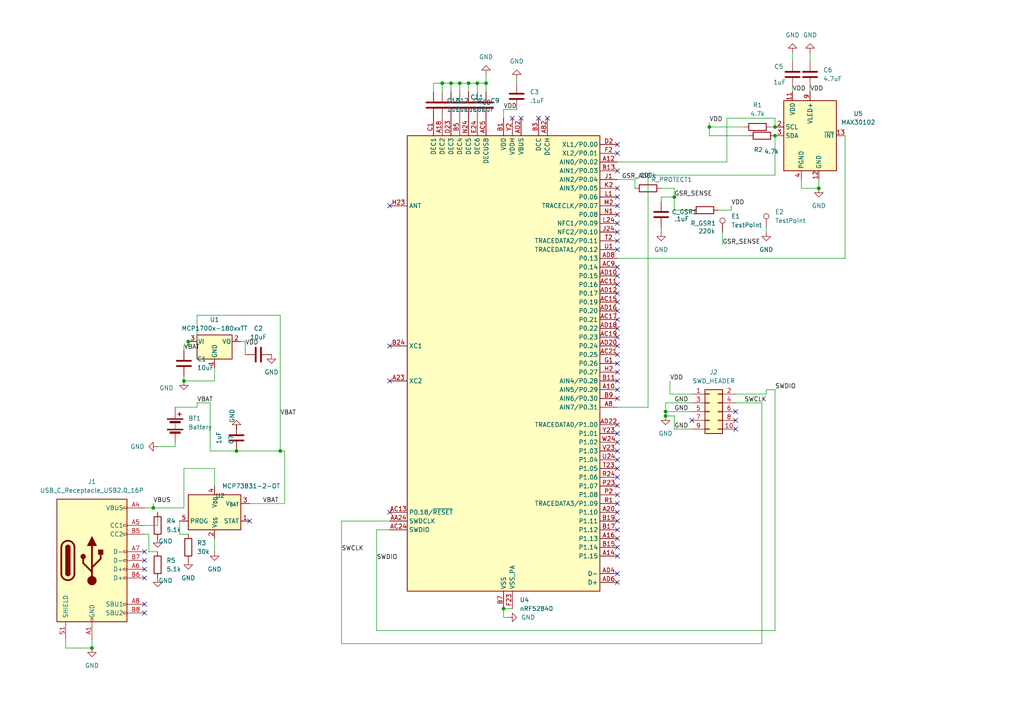
<source format=kicad_sch>
(kicad_sch (version 20250114) (generator "eeschema") (generator_version "9.0")
  (paper "A4")
  (lib_symbols
    (symbol "Battery_Management:MCP73831-2-OT"
      (property "Reference" "U" (at -7.62 6.35 0))
      (property "Value" "MCP73831-2-OT" (at 1.27 6.35 0))
      (symbol "MCP73831-2-OT_0_1"
        (rectangle (start -7.62 5.08) (end 7.62 -5.08) (stroke (width 0.254)) (fill (type background)))
      )
      (symbol "MCP73831-2-OT_1_1"
        (pin input line (at -10.16 -2.54 0) (length 2.54) (name "PROG") (number "5"))
        (pin power_in line (at 0 7.62 270) (length 2.54) (name "V_{DD}") (number "4"))
        (pin power_in line (at 0 -7.62 90) (length 2.54) (name "V_{SS}") (number "2"))
        (pin power_out line (at 10.16 2.54 180) (length 2.54) (name "V_{BAT}") (number "3"))
        (pin tri_state line (at 10.16 -2.54 180) (length 2.54) (name "STAT") (number "1"))
      )
    )
    (symbol "Connector:TestPoint" (pin_numbers (hide yes)) (pin_names (offset 0.762) (hide yes))
      (property "Reference" "TP" (at 0 6.858 0))
      (property "Value" "TestPoint" (at 0 5.08 0))
      (symbol "TestPoint_0_1"
        (circle (center 0 3.302) (radius 0.762))
      )
      (symbol "TestPoint_1_1"
        (pin passive line (at 0 0 90) (length 2.54) (name "1") (number "1"))
      )
    )
    (symbol "Connector:USB_C_Receptacle_USB2.0_16P" (pin_names (offset 1.016))
      (property "Reference" "J" (at 0 22.225 0))
      (property "Value" "USB_C_Receptacle_USB2.0_16P" (at 0 19.685 0))
      (symbol "USB_C_Receptacle_USB2.0_16P_0_0"
        (rectangle (start -0.254 -17.78) (end 0.254 -16.764))
        (rectangle (start 10.16 15.494) (end 9.144 14.986))
        (rectangle (start 10.16 10.414) (end 9.144 9.906))
        (rectangle (start 10.16 7.874) (end 9.144 7.366))
        (rectangle (start 10.16 2.794) (end 9.144 2.286))
        (rectangle (start 10.16 0.254) (end 9.144 -0.254))
        (rectangle (start 10.16 -2.286) (end 9.144 -2.794))
        (rectangle (start 10.16 -4.826) (end 9.144 -5.334))
        (rectangle (start 10.16 -12.446) (end 9.144 -12.954))
        (rectangle (start 10.16 -14.986) (end 9.144 -15.494))
      )
      (symbol "USB_C_Receptacle_USB2.0_16P_0_1"
        (rectangle (start -10.16 17.78) (end 10.16 -17.78) (stroke (width 0.254)) (fill (type background)))
        (polyline (pts (xy -8.89 -3.81) (xy -8.89 3.81)) (stroke (width 0.508)))
        (rectangle (start -7.62 -3.81) (end -6.35 3.81) (stroke (width 0.254)) (fill (type outline)))
        (arc (start -7.62 3.81) (mid -6.985 4.4423) (end -6.35 3.81) (stroke (width 0.254)))
        (arc (start -7.62 3.81) (mid -6.985 4.4423) (end -6.35 3.81) (stroke (width 0.254)) (fill (type outline)))
        (arc (start -8.89 3.81) (mid -6.985 5.7067) (end -5.08 3.81) (stroke (width 0.508)))
        (arc (start -5.08 -3.81) (mid -6.985 -5.7067) (end -8.89 -3.81) (stroke (width 0.508)))
        (arc (start -6.35 -3.81) (mid -6.985 -4.4423) (end -7.62 -3.81) (stroke (width 0.254)))
        (arc (start -6.35 -3.81) (mid -6.985 -4.4423) (end -7.62 -3.81) (stroke (width 0.254)) (fill (type outline)))
        (polyline (pts (xy -5.08 3.81) (xy -5.08 -3.81)) (stroke (width 0.508)))
        (circle (center -2.54 1.143) (radius 0.635) (stroke (width 0.254)) (fill (type outline)))
        (polyline (pts (xy -1.27 4.318) (xy 0 6.858) (xy 1.27 4.318) (xy -1.27 4.318)) (stroke (width 0.254)) (fill (type outline)))
        (polyline (pts (xy 0 -2.032) (xy 2.54 0.508) (xy 2.54 1.778)) (stroke (width 0.508)))
        (polyline (pts (xy 0 -3.302) (xy -2.54 -0.762) (xy -2.54 0.508)) (stroke (width 0.508)))
        (polyline (pts (xy 0 -5.842) (xy 0 4.318)) (stroke (width 0.508)))
        (circle (center 0 -5.842) (radius 1.27) (fill (type outline)))
        (rectangle (start 1.905 1.778) (end 3.175 3.048) (stroke (width 0.254)) (fill (type outline)))
      )
      (symbol "USB_C_Receptacle_USB2.0_16P_1_1"
        (pin passive line (at -7.62 -22.86 90) (length 5.08) (name "SHIELD") (number "S1"))
        (pin passive line (at 0 -22.86 90) (length 5.08) (name "GND") (number "A1"))
        (pin passive line (at 0 -22.86 90) (length 5.08) (hide yes) (name "GND") (number "A12"))
        (pin passive line (at 0 -22.86 90) (length 5.08) (hide yes) (name "GND") (number "B1"))
        (pin passive line (at 0 -22.86 90) (length 5.08) (hide yes) (name "GND") (number "B12"))
        (pin passive line (at 15.24 15.24 180) (length 5.08) (name "VBUS") (number "A4"))
        (pin passive line (at 15.24 15.24 180) (length 5.08) (hide yes) (name "VBUS") (number "A9"))
        (pin passive line (at 15.24 15.24 180) (length 5.08) (hide yes) (name "VBUS") (number "B4"))
        (pin passive line (at 15.24 15.24 180) (length 5.08) (hide yes) (name "VBUS") (number "B9"))
        (pin bidirectional line (at 15.24 10.16 180) (length 5.08) (name "CC1") (number "A5"))
        (pin bidirectional line (at 15.24 7.62 180) (length 5.08) (name "CC2") (number "B5"))
        (pin bidirectional line (at 15.24 2.54 180) (length 5.08) (name "D-") (number "A7"))
        (pin bidirectional line (at 15.24 0 180) (length 5.08) (name "D-") (number "B7"))
        (pin bidirectional line (at 15.24 -2.54 180) (length 5.08) (name "D+") (number "A6"))
        (pin bidirectional line (at 15.24 -5.08 180) (length 5.08) (name "D+") (number "B6"))
        (pin bidirectional line (at 15.24 -12.7 180) (length 5.08) (name "SBU1") (number "A8"))
        (pin bidirectional line (at 15.24 -15.24 180) (length 5.08) (name "SBU2") (number "B8"))
      )
    )
    (symbol "Connector_Generic:Conn_02x05_Odd_Even" (pin_names (offset 1.016) (hide yes))
      (property "Reference" "J" (at 1.27 7.62 0))
      (property "Value" "Conn_02x05_Odd_Even" (at 1.27 -7.62 0))
      (symbol "Conn_02x05_Odd_Even_1_1"
        (rectangle (start -1.27 6.35) (end 3.81 -6.35) (stroke (width 0.254)) (fill (type background)))
        (rectangle (start -1.27 5.207) (end 0 4.953) (stroke (width 0.1524)))
        (rectangle (start -1.27 2.667) (end 0 2.413) (stroke (width 0.1524)))
        (rectangle (start -1.27 0.127) (end 0 -0.127) (stroke (width 0.1524)))
        (rectangle (start -1.27 -2.413) (end 0 -2.667) (stroke (width 0.1524)))
        (rectangle (start -1.27 -4.953) (end 0 -5.207) (stroke (width 0.1524)))
        (rectangle (start 3.81 5.207) (end 2.54 4.953) (stroke (width 0.1524)))
        (rectangle (start 3.81 2.667) (end 2.54 2.413) (stroke (width 0.1524)))
        (rectangle (start 3.81 0.127) (end 2.54 -0.127) (stroke (width 0.1524)))
        (rectangle (start 3.81 -2.413) (end 2.54 -2.667) (stroke (width 0.1524)))
        (rectangle (start 3.81 -4.953) (end 2.54 -5.207) (stroke (width 0.1524)))
        (pin passive line (at -5.08 5.08 0) (length 3.81) (name "Pin_1") (number "1"))
        (pin passive line (at -5.08 2.54 0) (length 3.81) (name "Pin_3") (number "3"))
        (pin passive line (at -5.08 0 0) (length 3.81) (name "Pin_5") (number "5"))
        (pin passive line (at -5.08 -2.54 0) (length 3.81) (name "Pin_7") (number "7"))
        (pin passive line (at -5.08 -5.08 0) (length 3.81) (name "Pin_9") (number "9"))
        (pin passive line (at 7.62 5.08 180) (length 3.81) (name "Pin_2") (number "2"))
        (pin passive line (at 7.62 2.54 180) (length 3.81) (name "Pin_4") (number "4"))
        (pin passive line (at 7.62 0 180) (length 3.81) (name "Pin_6") (number "6"))
        (pin passive line (at 7.62 -2.54 180) (length 3.81) (name "Pin_8") (number "8"))
        (pin passive line (at 7.62 -5.08 180) (length 3.81) (name "Pin_10") (number "10"))
      )
    )
    (symbol "Device:Battery" (pin_numbers (hide yes)) (pin_names (offset 0) (hide yes))
      (property "Reference" "BT" (at 2.54 2.54 0))
      (property "Value" "Battery" (at 2.54 0 0))
      (symbol "Battery_0_1"
        (rectangle (start -2.286 1.778) (end 2.286 1.524) (fill (type outline)))
        (rectangle (start -2.286 -1.27) (end 2.286 -1.524) (fill (type outline)))
        (rectangle (start -1.524 1.016) (end 1.524 0.508) (fill (type outline)))
        (rectangle (start -1.524 -2.032) (end 1.524 -2.54) (fill (type outline)))
        (polyline (pts (xy 0 1.778) (xy 0 2.54)))
        (polyline (pts (xy 0 0) (xy 0 0.254)))
        (polyline (pts (xy 0 -0.508) (xy 0 -0.254)))
        (polyline (pts (xy 0 -1.016) (xy 0 -0.762)))
        (polyline (pts (xy 0.762 3.048) (xy 1.778 3.048)) (stroke (width 0.254)))
        (polyline (pts (xy 1.27 3.556) (xy 1.27 2.54)) (stroke (width 0.254)))
      )
      (symbol "Battery_1_1"
        (pin passive line (at 0 5.08 270) (length 2.54) (name "+") (number "1"))
        (pin passive line (at 0 -5.08 90) (length 2.54) (name "-") (number "2"))
      )
    )
    (symbol "Device:C" (pin_numbers (hide yes)) (pin_names (offset 0.254))
      (property "Reference" "C" (at 0.635 2.54 0))
      (property "Value" "C" (at 0.635 -2.54 0))
      (symbol "C_0_1"
        (polyline (pts (xy -2.032 0.762) (xy 2.032 0.762)) (stroke (width 0.508)))
        (polyline (pts (xy -2.032 -0.762) (xy 2.032 -0.762)) (stroke (width 0.508)))
      )
      (symbol "C_1_1"
        (pin passive line (at 0 3.81 270) (length 2.794) (name "~") (number "1"))
        (pin passive line (at 0 -3.81 90) (length 2.794) (name "~") (number "2"))
      )
    )
    (symbol "Device:R" (pin_numbers (hide yes)) (pin_names (offset 0))
      (property "Reference" "R" (at 2.032 0 90))
      (property "Value" "R" (at 0 0 90))
      (symbol "R_0_1"
        (rectangle (start -1.016 -2.54) (end 1.016 2.54) (stroke (width 0.254)))
      )
      (symbol "R_1_1"
        (pin passive line (at 0 3.81 270) (length 1.27) (name "~") (number "1"))
        (pin passive line (at 0 -3.81 90) (length 1.27) (name "~") (number "2"))
      )
    )
    (symbol "MCU_Nordic:nRF52840"
      (property "Reference" "U" (at 0 5.08 0))
      (property "Value" "nRF52840" (at 0 2.54 0))
      (symbol "nRF52840_0_1"
        (rectangle (start -27.94 66.04) (end 27.94 -66.04) (stroke (width 0.254)) (fill (type background)))
      )
      (symbol "nRF52840_1_1"
        (pin passive line (at -33.02 45.72 0) (length 5.08) (name "ANT") (number "H23"))
        (pin input line (at -33.02 5.08 0) (length 5.08) (name "XC1") (number "B24"))
        (pin input line (at -33.02 -5.08 0) (length 5.08) (name "XC2") (number "A23"))
        (pin bidirectional line (at -33.02 -43.18 0) (length 5.08) (name "P0.18/~{RESET}") (number "AC13"))
        (pin input line (at -33.02 -45.72 0) (length 5.08) (name "SWDCLK") (number "AA24"))
        (pin bidirectional line (at -33.02 -48.26 0) (length 5.08) (name "SWDIO") (number "AC24"))
        (pin passive line (at -20.32 71.12 270) (length 5.08) (name "DEC1") (number "C1"))
        (pin passive line (at -17.78 71.12 270) (length 5.08) (name "DEC2") (number "A18"))
        (pin passive line (at -15.24 71.12 270) (length 5.08) (name "DEC3") (number "D23"))
        (pin passive line (at -12.7 71.12 270) (length 5.08) (name "DEC4") (number "B5"))
        (pin passive line (at -10.16 71.12 270) (length 5.08) (name "DEC5") (number "N24"))
        (pin passive line (at -7.62 71.12 270) (length 5.08) (name "DEC6") (number "E24"))
        (pin passive line (at -5.08 71.12 270) (length 5.08) (name "DECUSB") (number "AC5"))
        (pin passive line (at 0 71.12 270) (length 5.08) (hide yes) (name "VDD") (number "A22"))
        (pin passive line (at 0 71.12 270) (length 5.08) (hide yes) (name "VDD") (number "AD14"))
        (pin passive line (at 0 71.12 270) (length 5.08) (hide yes) (name "VDD") (number "AD23"))
        (pin power_in line (at 0 71.12 270) (length 5.08) (name "VDD") (number "B1"))
        (pin passive line (at 0 71.12 270) (length 5.08) (hide yes) (name "VDD") (number "W1"))
        (pin power_in line (at 0 -71.12 90) (length 5.08) (name "VSS") (number "B7"))
        (pin passive line (at 0 -71.12 90) (length 5.08) (hide yes) (name "VSS") (number "EP"))
        (pin power_in line (at 2.54 71.12 270) (length 5.08) (name "VDDH") (number "Y2"))
        (pin power_in line (at 2.54 -71.12 90) (length 5.08) (name "VSS_PA") (number "F23"))
        (pin power_in line (at 5.08 71.12 270) (length 5.08) (name "VBUS") (number "AD2"))
        (pin power_out line (at 10.16 71.12 270) (length 5.08) (name "DCC") (number "B3"))
        (pin power_out line (at 12.7 71.12 270) (length 5.08) (name "DCCH") (number "AB2"))
        (pin bidirectional line (at 33.02 63.5 180) (length 5.08) (name "XL1/P0.00") (number "D2"))
        (pin bidirectional line (at 33.02 60.96 180) (length 5.08) (name "XL2/P0.01") (number "F2"))
        (pin bidirectional line (at 33.02 58.42 180) (length 5.08) (name "AIN0/P0.02") (number "A12"))
        (pin bidirectional line (at 33.02 55.88 180) (length 5.08) (name "AIN1/P0.03") (number "B13"))
        (pin bidirectional line (at 33.02 53.34 180) (length 5.08) (name "AIN2/P0.04") (number "J1"))
        (pin bidirectional line (at 33.02 50.8 180) (length 5.08) (name "AIN3/P0.05") (number "K2"))
        (pin bidirectional line (at 33.02 48.26 180) (length 5.08) (name "P0.06") (number "L1"))
        (pin bidirectional line (at 33.02 45.72 180) (length 5.08) (name "TRACECLK/P0.07") (number "M2"))
        (pin bidirectional line (at 33.02 43.18 180) (length 5.08) (name "P0.08") (number "N1"))
        (pin bidirectional line (at 33.02 40.64 180) (length 5.08) (name "NFC1/P0.09") (number "L24"))
        (pin bidirectional line (at 33.02 38.1 180) (length 5.08) (name "NFC2/P0.10") (number "J24"))
        (pin bidirectional line (at 33.02 35.56 180) (length 5.08) (name "TRACEDATA2/P0.11") (number "T2"))
        (pin bidirectional line (at 33.02 33.02 180) (length 5.08) (name "TRACEDATA1/P0.12") (number "U1"))
        (pin bidirectional line (at 33.02 30.48 180) (length 5.08) (name "P0.13") (number "AD8"))
        (pin bidirectional line (at 33.02 27.94 180) (length 5.08) (name "P0.14") (number "AC9"))
        (pin bidirectional line (at 33.02 25.4 180) (length 5.08) (name "P0.15") (number "AD10"))
        (pin bidirectional line (at 33.02 22.86 180) (length 5.08) (name "P0.16") (number "AC11"))
        (pin bidirectional line (at 33.02 20.32 180) (length 5.08) (name "P0.17") (number "AD12"))
        (pin bidirectional line (at 33.02 17.78 180) (length 5.08) (name "P0.19") (number "AC15"))
        (pin bidirectional line (at 33.02 15.24 180) (length 5.08) (name "P0.20") (number "AD16"))
        (pin bidirectional line (at 33.02 12.7 180) (length 5.08) (name "P0.21") (number "AC17"))
        (pin bidirectional line (at 33.02 10.16 180) (length 5.08) (name "P0.22") (number "AD18"))
        (pin bidirectional line (at 33.02 7.62 180) (length 5.08) (name "P0.23") (number "AC19"))
        (pin bidirectional line (at 33.02 5.08 180) (length 5.08) (name "P0.24") (number "AD20"))
        (pin bidirectional line (at 33.02 2.54 180) (length 5.08) (name "P0.25") (number "AC21"))
        (pin bidirectional line (at 33.02 0 180) (length 5.08) (name "P0.26") (number "G1"))
        (pin bidirectional line (at 33.02 -2.54 180) (length 5.08) (name "P0.27") (number "H2"))
        (pin bidirectional line (at 33.02 -5.08 180) (length 5.08) (name "AIN4/P0.28") (number "B11"))
        (pin bidirectional line (at 33.02 -7.62 180) (length 5.08) (name "AIN5/P0.29") (number "A10"))
        (pin bidirectional line (at 33.02 -10.16 180) (length 5.08) (name "AIN6/P0.30") (number "B9"))
        (pin bidirectional line (at 33.02 -12.7 180) (length 5.08) (name "AIN7/P0.31") (number "A8"))
        (pin bidirectional line (at 33.02 -17.78 180) (length 5.08) (name "TRACEDATA0/P1.00") (number "AD22"))
        (pin bidirectional line (at 33.02 -20.32 180) (length 5.08) (name "P1.01") (number "Y23"))
        (pin bidirectional line (at 33.02 -22.86 180) (length 5.08) (name "P1.02") (number "W24"))
        (pin bidirectional line (at 33.02 -25.4 180) (length 5.08) (name "P1.03") (number "V23"))
        (pin bidirectional line (at 33.02 -27.94 180) (length 5.08) (name "P1.04") (number "U24"))
        (pin bidirectional line (at 33.02 -30.48 180) (length 5.08) (name "P1.05") (number "T23"))
        (pin bidirectional line (at 33.02 -33.02 180) (length 5.08) (name "P1.06") (number "R24"))
        (pin bidirectional line (at 33.02 -35.56 180) (length 5.08) (name "P1.07") (number "P23"))
        (pin bidirectional line (at 33.02 -38.1 180) (length 5.08) (name "P1.08") (number "P2"))
        (pin bidirectional line (at 33.02 -40.64 180) (length 5.08) (name "TRACEDATA3/P1.09") (number "R1"))
        (pin bidirectional line (at 33.02 -43.18 180) (length 5.08) (name "P1.10") (number "A20"))
        (pin bidirectional line (at 33.02 -45.72 180) (length 5.08) (name "P1.11") (number "B19"))
        (pin bidirectional line (at 33.02 -48.26 180) (length 5.08) (name "P1.12") (number "B17"))
        (pin bidirectional line (at 33.02 -50.8 180) (length 5.08) (name "P1.13") (number "A16"))
        (pin bidirectional line (at 33.02 -53.34 180) (length 5.08) (name "P1.14") (number "B15"))
        (pin bidirectional line (at 33.02 -55.88 180) (length 5.08) (name "P1.15") (number "A14"))
        (pin bidirectional line (at 33.02 -60.96 180) (length 5.08) (name "D-") (number "AD4"))
        (pin bidirectional line (at 33.02 -63.5 180) (length 5.08) (name "D+") (number "AD6"))
      )
    )
    (symbol "Regulator_Linear:MCP1700x-180xxTT" (pin_names (offset 0.254))
      (property "Reference" "U" (at -3.81 3.175 0))
      (property "Value" "MCP1700x-180xxTT" (at 0 3.175 0))
      (symbol "MCP1700x-180xxTT_0_1"
        (rectangle (start -5.08 1.905) (end 5.08 -5.08) (stroke (width 0.254)) (fill (type background)))
      )
      (symbol "MCP1700x-180xxTT_1_1"
        (pin power_in line (at -7.62 0 0) (length 2.54) (name "VI") (number "3"))
        (pin power_in line (at 0 -7.62 90) (length 2.54) (name "GND") (number "1"))
        (pin power_out line (at 7.62 0 180) (length 2.54) (name "VO") (number "2"))
      )
    )
    (symbol "Sensor:MAX30102"
      (property "Reference" "U" (at 7.62 15.24 0))
      (property "Value" "MAX30102" (at 7.62 12.7 0))
      (symbol "MAX30102_0_1"
        (rectangle (start -7.62 10.16) (end 7.62 -10.16) (stroke (width 0.254)) (fill (type background)))
      )
      (symbol "MAX30102_1_1"
        (pin input line (at -10.16 2.54 0) (length 2.54) (name "SCL") (number "2"))
        (pin bidirectional line (at -10.16 0 0) (length 2.54) (name "SDA") (number "3"))
        (pin no_connect line (at -7.62 5.08 0) (length 2.54) (hide yes) (name "NC") (number "1"))
        (pin no_connect line (at -7.62 -2.54 0) (length 2.54) (hide yes) (name "NC") (number "7"))
        (pin power_in line (at -5.08 12.7 270) (length 2.54) (name "VDD") (number "11"))
        (pin power_in line (at -2.54 -12.7 90) (length 2.54) (name "PGND") (number "4"))
        (pin passive line (at 0 12.7 270) (length 2.54) (hide yes) (name "VLED+") (number "10"))
        (pin power_in line (at 0 12.7 270) (length 2.54) (name "VLED+") (number "9"))
        (pin power_in line (at 2.54 -12.7 90) (length 2.54) (name "GND") (number "12"))
        (pin no_connect line (at 7.62 5.08 180) (length 2.54) (hide yes) (name "NC") (number "8"))
        (pin no_connect line (at 7.62 2.54 180) (length 2.54) (hide yes) (name "NC") (number "14"))
        (pin no_connect line (at 7.62 -5.08 180) (length 2.54) (hide yes) (name "NC") (number "6"))
        (pin no_connect line (at 7.62 -7.62 180) (length 2.54) (hide yes) (name "NC") (number "5"))
        (pin output line (at 10.16 0 180) (length 2.54) (name "~{INT}") (number "13"))
      )
    )
    (symbol "power:GND" (power) (pin_numbers (hide yes)) (pin_names (offset 0) (hide yes))
      (property "Value" "GND" (at 0 -3.81 0))
      (symbol "GND_0_1"
        (polyline (pts (xy 0 0) (xy 0 -1.27) (xy 1.27 -1.27) (xy 0 -2.54) (xy -1.27 -1.27) (xy 0 -1.27)))
      )
      (symbol "GND_1_1"
        (pin power_in line (at 0 0 270) (length 0) (name "~") (number "1"))
      )
    )
  )
  (junction (at 53.34 110.49))
  (junction (at 140.97 24.13))
  (junction (at 193.04 120.65))
  (junction (at 195.58 57.15))
  (junction (at 205.74 36.83))
  (junction (at 146.05 176.53))
  (junction (at 224.79 36.83))
  (junction (at 130.81 24.13))
  (junction (at 193.04 119.38))
  (junction (at 81.28 130.81))
  (junction (at 237.49 54.61))
  (junction (at 128.27 24.13))
  (junction (at 224.79 39.37))
  (junction (at 133.35 24.13))
  (junction (at 135.89 24.13))
  (junction (at 68.58 130.81))
  (junction (at 26.67 187.96))
  (junction (at 44.45 147.32))
  (junction (at 54.61 99.06))
  (junction (at 138.43 24.13))
  (no_connect (at 179.07 64.77))
  (no_connect (at 213.36 124.46))
  (no_connect (at 41.91 175.26))
  (no_connect (at 179.07 138.43))
  (no_connect (at 179.07 140.97))
  (no_connect (at 179.07 85.09))
  (no_connect (at 179.07 102.87))
  (no_connect (at 179.07 123.19))
  (no_connect (at 179.07 41.91))
  (no_connect (at 41.91 165.1))
  (no_connect (at 113.03 100.33))
  (no_connect (at 179.07 100.33))
  (no_connect (at 179.07 128.27))
  (no_connect (at 179.07 168.91))
  (no_connect (at 151.13 34.29))
  (no_connect (at 148.59 34.29))
  (no_connect (at 179.07 57.15))
  (no_connect (at 158.75 34.29))
  (no_connect (at 179.07 87.63))
  (no_connect (at 179.07 80.01))
  (no_connect (at 200.66 121.92))
  (no_connect (at 156.21 34.29))
  (no_connect (at 41.91 160.02))
  (no_connect (at 179.07 54.61))
  (no_connect (at 179.07 130.81))
  (no_connect (at 179.07 143.51))
  (no_connect (at 179.07 113.03))
  (no_connect (at 179.07 156.21))
  (no_connect (at 179.07 97.79))
  (no_connect (at 213.36 119.38))
  (no_connect (at 179.07 62.23))
  (no_connect (at 179.07 92.71))
  (no_connect (at 179.07 105.41))
  (no_connect (at 113.03 59.69))
  (no_connect (at 179.07 110.49))
  (no_connect (at 179.07 67.31))
  (no_connect (at 41.91 162.56))
  (no_connect (at 179.07 146.05))
  (no_connect (at 179.07 107.95))
  (no_connect (at 41.91 167.64))
  (no_connect (at 113.03 110.49))
  (no_connect (at 179.07 69.85))
  (no_connect (at 179.07 158.75))
  (no_connect (at 72.39 151.13))
  (no_connect (at 213.36 121.92))
  (no_connect (at 179.07 151.13))
  (no_connect (at 179.07 95.25))
  (no_connect (at 179.07 49.53))
  (no_connect (at 179.07 133.35))
  (no_connect (at 41.91 177.8))
  (no_connect (at 179.07 161.29))
  (no_connect (at 179.07 153.67))
  (no_connect (at 179.07 148.59))
  (no_connect (at 179.07 135.89))
  (no_connect (at 179.07 72.39))
  (no_connect (at 179.07 115.57))
  (no_connect (at 179.07 44.45))
  (no_connect (at 179.07 90.17))
  (no_connect (at 179.07 59.69))
  (no_connect (at 179.07 166.37))
  (no_connect (at 179.07 125.73))
  (no_connect (at 179.07 77.47))
  (no_connect (at 113.03 148.59))
  (no_connect (at 179.07 82.55))
  (wire (pts (xy 138.43 24.13) (xy 140.97 24.13)))
  (wire (pts (xy 53.34 109.22) (xy 53.34 110.49)))
  (wire (pts (xy 213.36 116.84) (xy 220.98 116.84)))
  (wire (pts (xy 125.73 24.13) (xy 128.27 24.13)))
  (wire (pts (xy 194.31 114.3) (xy 194.31 110.49)))
  (wire (pts (xy 41.91 147.32) (xy 44.45 147.32)))
  (wire (pts (xy 224.79 113.03) (xy 222.25 113.03)))
  (wire (pts (xy 191.77 58.42) (xy 191.77 57.15)))
  (wire (pts (xy 179.07 46.99) (xy 210.82 46.99)))
  (wire (pts (xy 44.45 146.05) (xy 44.45 147.32)))
  (wire (pts (xy 99.06 151.13) (xy 113.03 151.13)))
  (wire (pts (xy 45.72 148.59) (xy 45.72 152.4)))
  (wire (pts (xy 191.77 66.04) (xy 191.77 67.31)))
  (wire (pts (xy 53.34 147.32) (xy 53.34 135.89)))
  (wire (pts (xy 208.28 60.96) (xy 212.09 60.96)))
  (wire (pts (xy 45.72 160.02) (xy 43.18 160.02)))
  (wire (pts (xy 210.82 34.29) (xy 224.79 34.29)))
  (wire (pts (xy 45.72 129.54) (xy 50.8 129.54)))
  (wire (pts (xy 229.87 25.4) (xy 229.87 26.67)))
  (wire (pts (xy 57.15 118.11) (xy 57.15 116.84)))
  (wire (pts (xy 234.95 15.24) (xy 234.95 17.78)))
  (wire (pts (xy 146.05 176.53) (xy 148.59 176.53)))
  (wire (pts (xy 200.66 124.46) (xy 195.58 124.46)))
  (wire (pts (xy 62.23 156.21) (xy 62.23 160.02)))
  (wire (pts (xy 149.86 22.86) (xy 149.86 24.13)))
  (wire (pts (xy 224.79 113.03) (xy 224.79 182.88)))
  (wire (pts (xy 53.34 110.49) (xy 62.23 110.49)))
  (wire (pts (xy 195.58 57.15) (xy 195.58 60.96)))
  (wire (pts (xy 187.96 50.8) (xy 224.79 50.8)))
  (wire (pts (xy 130.81 24.13) (xy 133.35 24.13)))
  (wire (pts (xy 71.12 99.06) (xy 71.12 102.87)))
  (wire (pts (xy 50.8 118.11) (xy 57.15 118.11)))
  (wire (pts (xy 195.58 120.65) (xy 193.04 120.65)))
  (wire (pts (xy 109.22 153.67) (xy 109.22 182.88)))
  (wire (pts (xy 220.98 116.84) (xy 220.98 186.69)))
  (wire (pts (xy 200.66 114.3) (xy 194.31 114.3)))
  (wire (pts (xy 53.34 100.33) (xy 54.61 100.33)))
  (wire (pts (xy 62.23 135.89) (xy 62.23 140.97)))
  (wire (pts (xy 209.55 71.12) (xy 209.55 67.31)))
  (wire (pts (xy 43.18 154.94) (xy 41.91 154.94)))
  (wire (pts (xy 232.41 52.07) (xy 232.41 54.61)))
  (wire (pts (xy 205.74 39.37) (xy 217.17 39.37)))
  (wire (pts (xy 19.05 187.96) (xy 26.67 187.96)))
  (wire (pts (xy 81.28 91.44) (xy 81.28 130.81)))
  (wire (pts (xy 146.05 176.53) (xy 146.05 179.07)))
  (wire (pts (xy 245.11 74.93) (xy 245.11 39.37)))
  (wire (pts (xy 52.07 151.13) (xy 52.07 154.94)))
  (wire (pts (xy 224.79 50.8) (xy 224.79 39.37)))
  (wire (pts (xy 50.8 128.27) (xy 50.8 129.54)))
  (wire (pts (xy 191.77 54.61) (xy 195.58 54.61)))
  (wire (pts (xy 146.05 31.75) (xy 149.86 31.75)))
  (wire (pts (xy 140.97 24.13) (xy 140.97 26.67)))
  (wire (pts (xy 113.03 153.67) (xy 109.22 153.67)))
  (wire (pts (xy 52.07 154.94) (xy 54.61 154.94)))
  (wire (pts (xy 179.07 74.93) (xy 245.11 74.93)))
  (wire (pts (xy 187.96 118.11) (xy 187.96 50.8)))
  (wire (pts (xy 45.72 152.4) (xy 41.91 152.4)))
  (wire (pts (xy 224.79 34.29) (xy 224.79 36.83)))
  (wire (pts (xy 99.06 186.69) (xy 220.98 186.69)))
  (wire (pts (xy 146.05 179.07) (xy 147.32 179.07)))
  (wire (pts (xy 212.09 60.96) (xy 212.09 59.69)))
  (wire (pts (xy 232.41 54.61) (xy 237.49 54.61)))
  (wire (pts (xy 54.61 99.06) (xy 57.15 99.06)))
  (wire (pts (xy 57.15 116.84) (xy 60.96 116.84)))
  (wire (pts (xy 135.89 26.67) (xy 135.89 24.13)))
  (wire (pts (xy 133.35 24.13) (xy 135.89 24.13)))
  (wire (pts (xy 200.66 119.38) (xy 193.04 119.38)))
  (wire (pts (xy 195.58 54.61) (xy 195.58 57.15)))
  (wire (pts (xy 222.25 113.03) (xy 222.25 114.3)))
  (wire (pts (xy 81.28 130.81) (xy 82.55 130.81)))
  (wire (pts (xy 205.74 35.56) (xy 205.74 36.83)))
  (wire (pts (xy 26.67 185.42) (xy 26.67 187.96)))
  (wire (pts (xy 135.89 24.13) (xy 138.43 24.13)))
  (wire (pts (xy 53.34 135.89) (xy 62.23 135.89)))
  (wire (pts (xy 57.15 91.44) (xy 81.28 91.44)))
  (wire (pts (xy 44.45 147.32) (xy 53.34 147.32)))
  (wire (pts (xy 223.52 36.83) (xy 224.79 36.83)))
  (wire (pts (xy 200.66 60.96) (xy 195.58 60.96)))
  (wire (pts (xy 215.9 36.83) (xy 205.74 36.83)))
  (wire (pts (xy 128.27 24.13) (xy 130.81 24.13)))
  (wire (pts (xy 128.27 26.67) (xy 128.27 24.13)))
  (wire (pts (xy 19.05 185.42) (xy 19.05 187.96)))
  (wire (pts (xy 191.77 57.15) (xy 195.58 57.15)))
  (wire (pts (xy 71.12 99.06) (xy 69.85 99.06)))
  (wire (pts (xy 133.35 26.67) (xy 133.35 24.13)))
  (wire (pts (xy 210.82 46.99) (xy 210.82 34.29)))
  (wire (pts (xy 109.22 182.88) (xy 224.79 182.88)))
  (wire (pts (xy 179.07 118.11) (xy 187.96 118.11)))
  (wire (pts (xy 125.73 26.67) (xy 125.73 24.13)))
  (wire (pts (xy 234.95 26.67) (xy 234.95 25.4)))
  (wire (pts (xy 140.97 21.59) (xy 140.97 24.13)))
  (wire (pts (xy 60.96 116.84) (xy 60.96 130.81)))
  (wire (pts (xy 99.06 186.69) (xy 99.06 151.13)))
  (wire (pts (xy 82.55 130.81) (xy 82.55 146.05)))
  (wire (pts (xy 193.04 119.38) (xy 193.04 120.65)))
  (wire (pts (xy 138.43 26.67) (xy 138.43 24.13)))
  (wire (pts (xy 43.18 160.02) (xy 43.18 154.94)))
  (wire (pts (xy 68.58 123.19) (xy 68.58 124.46)))
  (wire (pts (xy 60.96 130.81) (xy 68.58 130.81)))
  (wire (pts (xy 68.58 130.81) (xy 81.28 130.81)))
  (wire (pts (xy 57.15 99.06) (xy 57.15 91.44)))
  (wire (pts (xy 146.05 34.29) (xy 146.05 31.75)))
  (wire (pts (xy 195.58 124.46) (xy 195.58 120.65)))
  (wire (pts (xy 82.55 146.05) (xy 72.39 146.05)))
  (wire (pts (xy 222.25 66.04) (xy 222.25 67.31)))
  (wire (pts (xy 62.23 106.68) (xy 62.23 110.49)))
  (wire (pts (xy 193.04 116.84) (xy 193.04 119.38)))
  (wire (pts (xy 179.07 52.07) (xy 184.15 52.07)))
  (wire (pts (xy 237.49 52.07) (xy 237.49 54.61)))
  (wire (pts (xy 200.66 116.84) (xy 193.04 116.84)))
  (wire (pts (xy 53.34 100.33) (xy 53.34 101.6)))
  (wire (pts (xy 130.81 26.67) (xy 130.81 24.13)))
  (wire (pts (xy 213.36 114.3) (xy 222.25 114.3)))
  (wire (pts (xy 184.15 54.61) (xy 184.15 52.07)))
  (wire (pts (xy 205.74 36.83) (xy 205.74 39.37)))
  (wire (pts (xy 229.87 15.24) (xy 229.87 17.78)))
  (wire (pts (xy 54.61 100.33) (xy 54.61 99.06)))
  (label "GND" (at 195.58 119.38 0))
  (label "GSR_SENSE" (at 209.55 71.12 0))
  (label "VBAT" (at 57.15 116.84 0))
  (label "SWDIO" (at 109.22 162.56 0))
  (label "GSR_ADC" (at 180.34 52.07 0))
  (label "VDD" (at 71.12 100.33 0))
  (label "VDD" (at 212.09 59.69 0))
  (label "VBAT" (at 76.2 146.05 0))
  (label "VDD" (at 146.05 31.75 0))
  (label "GND" (at 195.58 124.46 0))
  (label "VBAT" (at 53.34 101.6 0))
  (label "GND" (at 195.58 116.84 0))
  (label "VDD" (at 205.74 35.56 0))
  (label "VBUS" (at 44.45 146.05 0))
  (label "SWCLK" (at 215.9 116.84 0))
  (label "GSR_SENSE" (at 195.58 57.15 0))
  (label "VDD" (at 194.31 110.49 0))
  (label "SWCLK" (at 99.06 160.02 0))
  (label "VBAT" (at 81.28 120.65 0))
  (label "VDD" (at 234.95 26.67 0))
  (label "VDD" (at 229.87 26.67 0))
  (label "SWDIO" (at 224.79 113.03 0))
  (symbol (lib_id "Device:R") (at 54.61 158.75 0) (unit 1)
    (property "Reference" "R3" (at 57.15 157.4799 0) (effects (justify left)))
    (property "Value" "30k" (at 57.15 160.0199 0) (effects (justify left)))
    (property "Footprint" "Resistor_SMD:R_0603_1608Metric" (effects (hide yes)))
    (property "Description" "Resistor" (effects (hide yes)))
  )
  (symbol (lib_id "Device:R") (at 187.96 54.61 90) (unit 1)
    (property "Reference" "R_PROTECT1" (at 194.818 52.07 90))
    (property "Value" "100k" (at 187.96 50.8 90))
    (property "Footprint" "Resistor_SMD:R_0603_1608Metric" (effects (hide yes)))
    (property "Description" "Resistor" (effects (hide yes)))
  )
  (symbol (lib_id "power:GND") (at 237.49 54.61 0) (unit 1)
    (property "Reference" "#PWR05" (effects (hide yes)))
    (property "Value" "GND" (at 237.49 59.69 0))
    (property "Description" "Power symbol creates a global label with name \"GND\" , ground" (effects (hide yes)))
  )
  (symbol (lib_id "Device:R") (at 204.47 60.96 90) (unit 1)
    (property "Reference" "R_GSR1" (at 203.962 64.77 90))
    (property "Value" "220k" (at 204.978 67.056 90))
    (property "Footprint" "Resistor_SMD:R_0603_1608Metric" (effects (hide yes)))
    (property "Description" "Resistor" (effects (hide yes)))
  )
  (symbol (lib_id "Connector:TestPoint") (at 209.55 67.31 0) (unit 1)
    (property "Reference" "E1" (at 212.09 62.7379 0) (effects (justify left)))
    (property "Value" "TestPoint" (at 212.09 65.2779 0) (effects (justify left)))
    (property "Footprint" "TestPoint:TestPoint_Pad_D2.0mm" (effects (hide yes)))
    (property "Description" "test point" (effects (hide yes)))
  )
  (symbol (lib_id "Regulator_Linear:MCP1700x-180xxTT") (at 62.23 99.06 0) (unit 1)
    (property "Reference" "U1" (at 62.23 92.71 0))
    (property "Value" "MCP1700x-180xxTT" (at 62.23 95.25 0))
    (property "Footprint" "Package_TO_SOT_SMD:SOT-23" (effects (hide yes)))
    (property "Datasheet" "http://ww1.microchip.com/downloads/en/DeviceDoc/20001826D.pdf" (effects (hide yes)))
    (property "Description" "250mA Low Quiscent Current LDO, 1.8V output, SOT-23" (effects (hide yes)))
  )
  (symbol (lib_id "Device:C") (at 138.43 30.48 0) (unit 1)
    (property "Reference" "C9" (at 142.24 29.2099 0) (effects (justify left)))
    (property "Value" "1uF" (effects (hide yes)))
    (property "Footprint" "Capacitor_SMD:C_0603_1608Metric" (effects (hide yes)))
    (property "Description" "Unpolarized capacitor" (effects (hide yes)))
  )
  (symbol (lib_id "Connector:TestPoint") (at 222.25 66.04 0) (unit 1)
    (property "Reference" "E2" (at 224.79 61.4679 0) (effects (justify left)))
    (property "Value" "TestPoint" (at 224.79 64.0079 0) (effects (justify left)))
    (property "Footprint" "TestPoint:TestPoint_Pad_D2.0mm" (effects (hide yes)))
    (property "Description" "test point" (effects (hide yes)))
  )
  (symbol (lib_id "Device:C") (at 128.27 30.48 0) (unit 1)
    (property "Reference" "C12" (at 132.08 29.2099 0) (effects (justify left)))
    (property "Value" "1uF" (at 132.08 31.7499 0) (effects (justify left)))
    (property "Footprint" "Capacitor_SMD:C_0603_1608Metric" (effects (hide yes)))
    (property "Description" "Unpolarized capacitor" (effects (hide yes)))
  )
  (symbol (lib_id "power:GND") (at 26.67 187.96 0) (unit 1)
    (property "Reference" "#PWR011" (effects (hide yes)))
    (property "Value" "GND" (at 26.67 193.04 0))
    (property "Description" "Power symbol creates a global label with name \"GND\" , ground" (effects (hide yes)))
  )
  (symbol (lib_id "Device:R") (at 45.72 152.4 180) (unit 1)
    (property "Reference" "R4" (at 48.26 151.1299 0) (effects (justify right)))
    (property "Value" "5.1k" (at 48.26 153.6699 0) (effects (justify right)))
    (property "Footprint" "Resistor_SMD:R_0603_1608Metric" (effects (hide yes)))
    (property "Description" "Resistor" (effects (hide yes)))
  )
  (symbol (lib_id "power:GND") (at 68.58 124.46 180) (unit 1)
    (property "Reference" "#PWR013" (effects (hide yes)))
    (property "Value" "GND" (at 67.31 122.682 90) (effects (justify right)))
    (property "Description" "Power symbol creates a global label with name \"GND\" , ground" (effects (hide yes)))
  )
  (symbol (lib_id "Device:C") (at 149.86 27.94 0) (unit 1)
    (property "Reference" "C3" (at 153.67 26.6699 0) (effects (justify left)))
    (property "Value" ".1uF" (at 153.67 29.2099 0) (effects (justify left)))
    (property "Footprint" "Capacitor_SMD:C_0603_1608Metric" (effects (hide yes)))
    (property "Description" "Unpolarized capacitor" (effects (hide yes)))
  )
  (symbol (lib_id "Device:C") (at 140.97 30.48 0) (unit 1)
    (property "Reference" "C10" (effects (hide yes)))
    (property "Value" "1uF" (effects (hide yes)))
    (property "Footprint" "Capacitor_SMD:C_0603_1608Metric" (effects (hide yes)))
    (property "Description" "Unpolarized capacitor" (effects (hide yes)))
  )
  (symbol (lib_id "power:GND") (at 53.34 110.49 0) (unit 1)
    (property "Reference" "#PWR03" (effects (hide yes)))
    (property "Value" "GND" (at 48.26 112.522 0))
    (property "Description" "Power symbol creates a global label with name \"GND\" , ground" (effects (hide yes)))
  )
  (symbol (lib_id "power:GND") (at 78.74 102.87 0) (unit 1)
    (property "Reference" "#PWR018" (effects (hide yes)))
    (property "Value" "GND" (at 78.74 107.95 0))
    (property "Description" "Power symbol creates a global label with name \"GND\" , ground" (effects (hide yes)))
  )
  (symbol (lib_id "Connector_Generic:Conn_02x05_Odd_Even") (at 205.74 119.38 0) (unit 1)
    (property "Reference" "J2" (at 207.01 107.95 0))
    (property "Value" "SWD_HEADER" (at 207.01 110.49 0))
    (property "Footprint" "Connector_PinHeader_1.27mm:PinHeader_2x05_P1.27mm_Vertical" (effects (hide yes)))
    (property "Description" "Generic connector, double row, 02x05, odd/even pin numbering scheme (row 1 odd numbers, row 2 even numbers), script generated (kicad-library-utils/schlib/autogen/connector/)" (effects (hide yes)))
  )
  (symbol (lib_id "Device:C") (at 53.34 105.41 0) (unit 1)
    (property "Reference" "C1" (at 57.15 104.1399 0) (effects (justify left)))
    (property "Value" "10uF" (at 57.15 106.6799 0) (effects (justify left)))
    (property "Footprint" "Capacitor_SMD:C_0603_1608Metric" (effects (hide yes)))
    (property "Description" "Unpolarized capacitor" (effects (hide yes)))
  )
  (symbol (lib_id "power:GND") (at 229.87 15.24 180) (unit 1)
    (property "Reference" "#PWR02" (effects (hide yes)))
    (property "Value" "GND" (at 229.87 10.16 0))
    (property "Description" "Power symbol creates a global label with name \"GND\" , ground" (effects (hide yes)))
  )
  (symbol (lib_id "power:GND") (at 45.72 156.21 0) (unit 1)
    (property "Reference" "#PWR08" (effects (hide yes)))
    (property "Value" "GND" (at 48.006 156.972 0))
    (property "Description" "Power symbol creates a global label with name \"GND\" , ground" (effects (hide yes)))
  )
  (symbol (lib_id "power:GND") (at 234.95 15.24 180) (unit 1)
    (property "Reference" "#PWR04" (effects (hide yes)))
    (property "Value" "GND" (at 234.95 10.16 0))
    (property "Description" "Power symbol creates a global label with name \"GND\" , ground" (effects (hide yes)))
  )
  (symbol (lib_id "power:GND") (at 191.77 67.31 0) (unit 1)
    (property "Reference" "#PWR016" (effects (hide yes)))
    (property "Value" "GND" (at 191.77 72.39 0))
    (property "Description" "Power symbol creates a global label with name \"GND\" , ground" (effects (hide yes)))
  )
  (symbol (lib_id "Device:Battery") (at 50.8 123.19 0) (unit 1)
    (property "Reference" "BT1" (at 54.61 121.3484 0) (effects (justify left)))
    (property "Value" "Battery" (at 54.61 123.8884 0) (effects (justify left)))
    (property "Footprint" "Connector_Wire:SolderWire-0.127sqmm_1x02_P3.7mm_D0.48mm_OD1mm" (effects (hide yes)))
    (property "Description" "Multiple-cell battery" (effects (hide yes)))
  )
  (symbol (lib_id "Device:C") (at 135.89 30.48 0) (unit 1)
    (property "Reference" "C8" (at 139.7 29.718 0) (effects (justify left)))
    (property "Value" "1uF" (at 139.7 31.7499 0) (effects (justify left)))
    (property "Footprint" "Capacitor_SMD:C_0603_1608Metric" (effects (hide yes)))
    (property "Description" "Unpolarized capacitor" (effects (hide yes)))
  )
  (symbol (lib_id "power:GND") (at 140.97 21.59 180) (unit 1)
    (property "Reference" "#PWR014" (effects (hide yes)))
    (property "Value" "GND" (at 140.97 16.51 0))
    (property "Description" "Power symbol creates a global label with name \"GND\" , ground" (effects (hide yes)))
  )
  (symbol (lib_id "power:GND") (at 45.72 167.64 0) (unit 1)
    (property "Reference" "#PWR09" (effects (hide yes)))
    (property "Value" "GND" (at 48.006 168.402 0))
    (property "Description" "Power symbol creates a global label with name \"GND\" , ground" (effects (hide yes)))
  )
  (symbol (lib_id "power:GND") (at 147.32 179.07 90) (unit 1)
    (property "Reference" "#PWR01" (effects (hide yes)))
    (property "Value" "GND" (at 151.13 179.0699 90) (effects (justify right)))
    (property "Description" "Power symbol creates a global label with name \"GND\" , ground" (effects (hide yes)))
  )
  (symbol (lib_id "Device:C") (at 133.35 30.48 0) (unit 1)
    (property "Reference" "C4" (at 137.16 29.2099 0) (effects (justify left)))
    (property "Value" "1uF" (at 137.16 31.7499 0) (effects (justify left)))
    (property "Footprint" "Capacitor_SMD:C_0603_1608Metric" (effects (hide yes)))
    (property "Description" "Unpolarized capacitor" (effects (hide yes)))
  )
  (symbol (lib_id "Sensor:MAX30102") (at 234.95 39.37 0) (unit 1)
    (property "Reference" "U5" (at 248.92 32.9498 0))
    (property "Value" "MAX30102" (at 248.92 35.4898 0))
    (property "Footprint" "OptoDevice:Maxim_OLGA-14_3.3x5.6mm_P0.8mm" (effects (hide yes)))
    (property "Datasheet" "https://datasheets.maximintegrated.com/en/ds/MAX30102.pdf" (effects (hide yes)))
    (property "Description" "Heart Rate Sensor, 14-OLGA" (effects (hide yes)))
  )
  (symbol (lib_id "power:GND") (at 62.23 160.02 0) (unit 1)
    (property "Reference" "#PWR010" (effects (hide yes)))
    (property "Value" "GND" (at 62.23 165.1 0))
    (property "Description" "Power symbol creates a global label with name \"GND\" , ground" (effects (hide yes)))
  )
  (symbol (lib_id "Device:C") (at 125.73 30.48 0) (unit 1)
    (property "Reference" "C13" (at 129.54 29.2099 0) (effects (justify left)))
    (property "Value" "1uF" (at 129.54 31.7499 0) (effects (justify left)))
    (property "Footprint" "Capacitor_SMD:C_0603_1608Metric" (effects (hide yes)))
    (property "Description" "Unpolarized capacitor" (effects (hide yes)))
  )
  (symbol (lib_id "Connector:USB_C_Receptacle_USB2.0_16P") (at 26.67 162.56 0) (unit 1)
    (property "Reference" "J1" (at 26.67 139.7 0))
    (property "Value" "USB_C_Receptacle_USB2.0_16P" (at 26.67 142.24 0))
    (property "Footprint" "Connector_USB:USB_C_Receptacle_HRO_TYPE-C-31-M-12" (effects (hide yes)))
    (property "Datasheet" "https://www.usb.org/sites/default/files/documents/usb_type-c.zip" (effects (hide yes)))
    (property "Description" "USB 2.0-only 16P Type-C Receptacle connector" (effects (hide yes)))
  )
  (symbol (lib_id "power:GND") (at 45.72 129.54 270) (unit 1)
    (property "Reference" "#PWR06" (effects (hide yes)))
    (property "Value" "GND" (at 41.91 129.5399 90) (effects (justify right)))
    (property "Description" "Power symbol creates a global label with name \"GND\" , ground" (effects (hide yes)))
  )
  (symbol (lib_id "Device:R") (at 219.71 36.83 90) (unit 1)
    (property "Reference" "R1" (at 219.71 30.48 90))
    (property "Value" "4.7k" (at 219.71 33.02 90))
    (property "Footprint" "Resistor_SMD:R_0603_1608Metric" (effects (hide yes)))
    (property "Description" "Resistor" (effects (hide yes)))
  )
  (symbol (lib_id "power:GND") (at 222.25 67.31 0) (unit 1)
    (property "Reference" "#PWR017" (effects (hide yes)))
    (property "Value" "GND" (at 222.25 72.39 0))
    (property "Description" "Power symbol creates a global label with name \"GND\" , ground" (effects (hide yes)))
  )
  (symbol (lib_id "Device:C") (at 68.58 127 180) (unit 1)
    (property "Reference" "C7" (at 67.056 127.508 90))
    (property "Value" "1uF" (at 63.5 127 90))
    (property "Footprint" "Capacitor_SMD:C_0603_1608Metric" (effects (hide yes)))
    (property "Description" "Unpolarized capacitor" (effects (hide yes)))
  )
  (symbol (lib_id "Device:C") (at 234.95 21.59 0) (unit 1)
    (property "Reference" "C6" (at 238.76 20.3199 0) (effects (justify left)))
    (property "Value" "4.7uF" (at 238.76 22.8599 0) (effects (justify left)))
    (property "Footprint" "Capacitor_SMD:C_0805_2012Metric" (effects (hide yes)))
    (property "Description" "Unpolarized capacitor" (effects (hide yes)))
  )
  (symbol (lib_id "Device:C") (at 191.77 62.23 0) (unit 1)
    (property "Reference" "C_GSR1" (at 194.818 61.468 0) (effects (justify left)))
    (property "Value" ".1uF" (at 195.58 63.4999 0) (effects (justify left)))
    (property "Footprint" "Capacitor_SMD:C_0603_1608Metric" (effects (hide yes)))
    (property "Description" "Unpolarized capacitor" (effects (hide yes)))
  )
  (symbol (lib_id "power:GND") (at 193.04 120.65 0) (unit 1)
    (property "Reference" "#PWR012" (effects (hide yes)))
    (property "Value" "GND" (at 193.04 125.73 0))
    (property "Description" "Power symbol creates a global label with name \"GND\" , ground" (effects (hide yes)))
  )
  (symbol (lib_id "Battery_Management:MCP73831-2-OT") (at 62.23 148.59 0) (unit 1)
    (property "Reference" "U2" (at 62.484 143.764 0) (effects (justify left)))
    (property "Value" "MCP73831-2-OT" (at 64.3733 140.97 0) (effects (justify left)))
    (property "Footprint" "Package_TO_SOT_SMD:SOT-23-5" (effects (hide yes)))
    (property "Datasheet" "http://ww1.microchip.com/downloads/en/DeviceDoc/20001984g.pdf" (effects (hide yes)))
    (property "Description" "Single cell, Li-Ion/Li-Po charge management controller, 4.20V, Tri-State Status Output, in SOT23-5 package" (effects (hide yes)))
  )
  (symbol (lib_id "power:GND") (at 149.86 22.86 180) (unit 1)
    (property "Reference" "#PWR015" (effects (hide yes)))
    (property "Value" "GND" (at 149.86 17.78 0))
    (property "Description" "Power symbol creates a global label with name \"GND\" , ground" (effects (hide yes)))
  )
  (symbol (lib_id "Device:C") (at 130.81 30.48 0) (unit 1)
    (property "Reference" "C11" (at 136.398 28.194 0) (effects (justify left)))
    (property "Value" "1uF" (at 134.62 31.7499 0) (effects (justify left)))
    (property "Footprint" "Capacitor_SMD:C_0603_1608Metric" (effects (hide yes)))
    (property "Description" "Unpolarized capacitor" (effects (hide yes)))
  )
  (symbol (lib_id "Device:C") (at 74.93 102.87 270) (mirror x) (unit 1)
    (property "Reference" "C2" (at 74.93 95.25 90))
    (property "Value" "10uF" (at 74.93 97.79 90))
    (property "Footprint" "Capacitor_SMD:C_0603_1608Metric" (effects (hide yes)))
    (property "Description" "Unpolarized capacitor" (effects (hide yes)))
  )
  (symbol (lib_id "Device:C") (at 229.87 21.59 0) (unit 1)
    (property "Reference" "C5" (at 224.536 19.304 0) (effects (justify left)))
    (property "Value" "1uF" (at 224.282 23.876 0) (effects (justify left)))
    (property "Footprint" "Capacitor_SMD:C_0603_1608Metric" (effects (hide yes)))
    (property "Description" "Unpolarized capacitor" (effects (hide yes)))
  )
  (symbol (lib_id "Device:R") (at 45.72 163.83 180) (unit 1)
    (property "Reference" "R5" (at 48.26 162.5599 0) (effects (justify right)))
    (property "Value" "5.1k" (at 48.26 165.0999 0) (effects (justify right)))
    (property "Footprint" "Resistor_SMD:R_0603_1608Metric" (effects (hide yes)))
    (property "Description" "Resistor" (effects (hide yes)))
  )
  (symbol (lib_id "power:GND") (at 54.61 162.56 0) (unit 1)
    (property "Reference" "#PWR07" (effects (hide yes)))
    (property "Value" "GND" (at 54.61 167.64 0))
    (property "Description" "Power symbol creates a global label with name \"GND\" , ground" (effects (hide yes)))
  )
  (symbol (lib_id "MCU_Nordic:nRF52840") (at 146.05 105.41 0) (unit 1)
    (property "Reference" "U4" (at 150.7333 173.99 0) (effects (justify left)))
    (property "Value" "nRF52840" (at 150.7333 176.53 0) (effects (justify left)))
    (property "Footprint" "Package_DFN_QFN:Nordic_AQFN-73-1EP_7x7mm_P0.5mm" (effects (hide yes)))
    (property "Datasheet" "http://infocenter.nordicsemi.com/topic/com.nordic.infocenter.nrf52/dita/nrf52/chips/nrf52840.html" (effects (hide yes)))
    (property "Description" "Multiprotocol BLE/ANT/2.4 GHz/802.15.4 Cortex-M4F SoC, AQFN-73" (effects (hide yes)))
  )
  (symbol (lib_id "Device:R") (at 220.98 39.37 90) (unit 1)
    (property "Reference" "R2" (at 219.964 43.434 90))
    (property "Value" "4.7k" (at 223.774 43.942 90))
    (property "Footprint" "Resistor_SMD:R_0603_1608Metric" (effects (hide yes)))
    (property "Description" "Resistor" (effects (hide yes)))
  )
)
</source>
